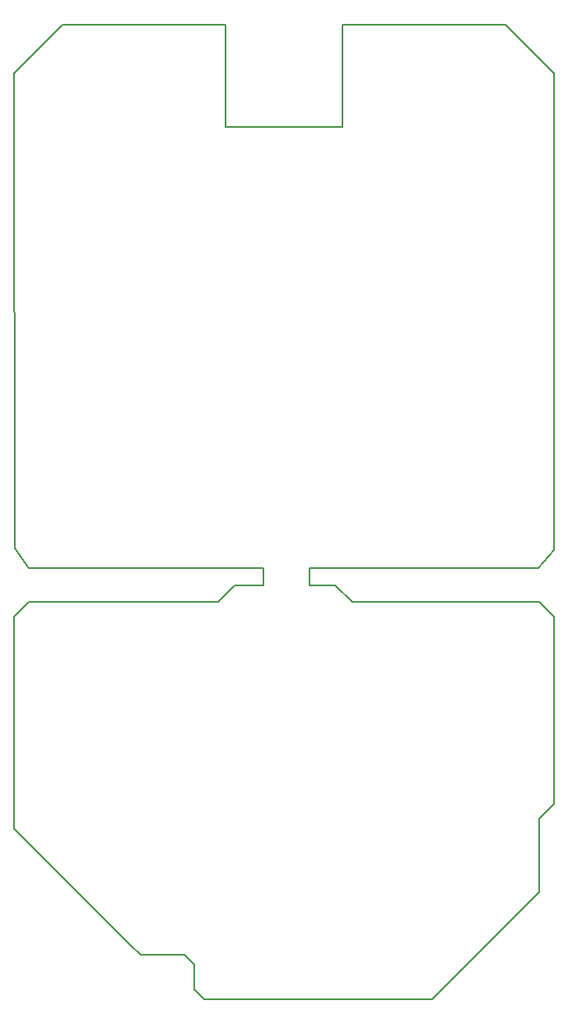
<source format=gbr>
%TF.GenerationSoftware,KiCad,Pcbnew,7.0.2-6a45011f42~172~ubuntu22.04.1*%
%TF.CreationDate,2023-05-29T17:51:51+01:00*%
%TF.ProjectId,little-angel-v3-SMD,6c697474-6c65-42d6-916e-67656c2d7633,rev?*%
%TF.SameCoordinates,Original*%
%TF.FileFunction,Profile,NP*%
%FSLAX46Y46*%
G04 Gerber Fmt 4.6, Leading zero omitted, Abs format (unit mm)*
G04 Created by KiCad (PCBNEW 7.0.2-6a45011f42~172~ubuntu22.04.1) date 2023-05-29 17:51:51*
%MOMM*%
%LPD*%
G01*
G04 APERTURE LIST*
%TA.AperFunction,Profile*%
%ADD10C,0.150000*%
%TD*%
G04 APERTURE END LIST*
D10*
X115030000Y-105760000D02*
X116500000Y-107760000D01*
X170500000Y-105920000D02*
X168910000Y-107750000D01*
X145400000Y-107750000D02*
X168910000Y-107750000D01*
X137700000Y-109500000D02*
X140600000Y-109500000D01*
X128000000Y-147500000D02*
X127000000Y-146500000D01*
X115000000Y-134500000D02*
X115000000Y-121000000D01*
X145400000Y-109500000D02*
X148000000Y-109500000D01*
X148750000Y-62500000D02*
X148750000Y-52000000D01*
X127000000Y-146500000D02*
X115000000Y-134500000D01*
X115000000Y-57000000D02*
X115030000Y-105760000D01*
X169000000Y-141000000D02*
X158000000Y-152000000D01*
X133500000Y-151000000D02*
X133500000Y-148500000D01*
X149750000Y-111250000D02*
X164750000Y-111250000D01*
X165500000Y-52000000D02*
X170500000Y-57000000D01*
X169000000Y-133500000D02*
X170500000Y-132000000D01*
X140600000Y-107750000D02*
X140600000Y-109500000D01*
X115000000Y-57000000D02*
X120000000Y-52000000D01*
X170500000Y-85000000D02*
X170500000Y-57000000D01*
X136750000Y-62500000D02*
X148750000Y-62500000D01*
X136750000Y-52000000D02*
X120000000Y-52000000D01*
X170500000Y-112750000D02*
X169000000Y-111250000D01*
X135950000Y-111250000D02*
X117000000Y-111250000D01*
X134500000Y-152000000D02*
X158000000Y-152000000D01*
X137700000Y-109500000D02*
X135950000Y-111250000D01*
X169000000Y-133500000D02*
X169000000Y-141000000D01*
X170500000Y-105920000D02*
X170500000Y-85000000D01*
X136750000Y-52000000D02*
X136750000Y-62500000D01*
X134500000Y-152000000D02*
X133500000Y-151000000D01*
X133500000Y-148500000D02*
X132500000Y-147500000D01*
X115000000Y-112750000D02*
X115000000Y-121000000D01*
X148750000Y-52000000D02*
X165500000Y-52000000D01*
X132500000Y-147500000D02*
X128500000Y-147500000D01*
X145400000Y-107750000D02*
X145400000Y-109500000D01*
X169000000Y-111250000D02*
X164750000Y-111250000D01*
X116500000Y-111250000D02*
X115000000Y-112750000D01*
X148000000Y-109500000D02*
X149750000Y-111250000D01*
X170500000Y-132000000D02*
X170500000Y-112750000D01*
X128500000Y-147500000D02*
X128000000Y-147500000D01*
X116500000Y-107760000D02*
X140600000Y-107750000D01*
X117000000Y-111250000D02*
X116500000Y-111250000D01*
M02*

</source>
